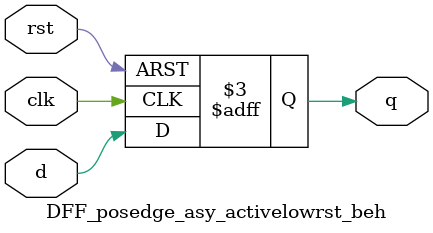
<source format=v>
`timescale 1ns / 1ps


module DFF_posedge_asy_activelowrst_beh(
    input rst,d,clk,
    output reg q
    );
    always@(posedge clk or negedge rst)
    if(!rst)
    q<=1'b0;
    else
     q<=d;
    
endmodule

</source>
